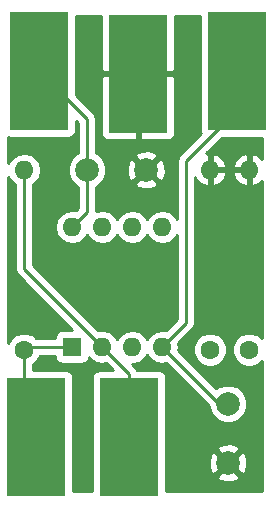
<source format=gtl>
G04 #@! TF.FileFunction,Copper,L1,Top,Signal*
%FSLAX46Y46*%
G04 Gerber Fmt 4.6, Leading zero omitted, Abs format (unit mm)*
G04 Created by KiCad (PCBNEW 4.0.7) date 06/03/18 15:05:31*
%MOMM*%
%LPD*%
G01*
G04 APERTURE LIST*
%ADD10C,0.100000*%
%ADD11R,1.600000X1.600000*%
%ADD12O,1.600000X1.600000*%
%ADD13C,2.000000*%
%ADD14R,5.000000X10.000000*%
%ADD15C,1.600000*%
%ADD16C,0.600000*%
%ADD17C,0.250000*%
%ADD18C,0.254000*%
G04 APERTURE END LIST*
D10*
D11*
X149860000Y-115570000D03*
D12*
X157480000Y-105410000D03*
X152400000Y-115570000D03*
X154940000Y-105410000D03*
X154940000Y-115570000D03*
X152400000Y-105410000D03*
X157480000Y-115570000D03*
X149860000Y-105410000D03*
D13*
X151130000Y-100584000D03*
X156130000Y-100584000D03*
X163068000Y-120396000D03*
X163068000Y-125396000D03*
D14*
X154686000Y-123190000D03*
X146812000Y-123190000D03*
X147066000Y-92202000D03*
X163830000Y-92202000D03*
X155448000Y-92456000D03*
D15*
X161544000Y-115824000D03*
D12*
X161544000Y-100584000D03*
D15*
X164846000Y-115824000D03*
D12*
X164846000Y-100584000D03*
D15*
X145796000Y-115824000D03*
D12*
X145796000Y-100584000D03*
D16*
X159004000Y-122428000D03*
X159512000Y-115316000D03*
X146304000Y-113030000D03*
X150876000Y-120650000D03*
X155448000Y-109728000D03*
D17*
X151130000Y-100584000D02*
X151130000Y-96266000D01*
X151130000Y-96266000D02*
X147066000Y-92202000D01*
X151130000Y-100584000D02*
X151130000Y-104140000D01*
X151130000Y-104140000D02*
X149860000Y-105410000D01*
X163830000Y-92202000D02*
X163830000Y-95504000D01*
X163830000Y-95504000D02*
X159512000Y-99822000D01*
X159512000Y-99822000D02*
X159512000Y-113538000D01*
X159512000Y-113538000D02*
X157480000Y-115570000D01*
X163068000Y-120396000D02*
X162306000Y-120396000D01*
X162306000Y-120396000D02*
X157480000Y-115570000D01*
X145796000Y-100584000D02*
X145796000Y-108966000D01*
X145796000Y-108966000D02*
X152400000Y-115570000D01*
X154686000Y-123190000D02*
X154686000Y-117856000D01*
X154686000Y-117856000D02*
X152400000Y-115570000D01*
X149860000Y-115570000D02*
X146050000Y-115570000D01*
X146050000Y-115570000D02*
X145796000Y-115824000D01*
X145796000Y-115824000D02*
X145796000Y-122174000D01*
X145796000Y-122174000D02*
X146812000Y-123190000D01*
D18*
G36*
X148412560Y-116370000D02*
X148456838Y-116605317D01*
X148595910Y-116821441D01*
X148808110Y-116966431D01*
X149060000Y-117017440D01*
X150660000Y-117017440D01*
X150895317Y-116973162D01*
X151111441Y-116834090D01*
X151256431Y-116621890D01*
X151287815Y-116466911D01*
X151385302Y-116612811D01*
X151850849Y-116923880D01*
X152400000Y-117033113D01*
X152723886Y-116968688D01*
X153297758Y-117542560D01*
X152186000Y-117542560D01*
X151950683Y-117586838D01*
X151734559Y-117725910D01*
X151589569Y-117938110D01*
X151538560Y-118190000D01*
X151538560Y-127814000D01*
X149959440Y-127814000D01*
X149959440Y-118190000D01*
X149915162Y-117954683D01*
X149776090Y-117738559D01*
X149563890Y-117593569D01*
X149312000Y-117542560D01*
X146556000Y-117542560D01*
X146556000Y-117062646D01*
X146607800Y-117041243D01*
X147011824Y-116637923D01*
X147139685Y-116330000D01*
X148412560Y-116330000D01*
X148412560Y-116370000D01*
X148412560Y-116370000D01*
G37*
X148412560Y-116370000D02*
X148456838Y-116605317D01*
X148595910Y-116821441D01*
X148808110Y-116966431D01*
X149060000Y-117017440D01*
X150660000Y-117017440D01*
X150895317Y-116973162D01*
X151111441Y-116834090D01*
X151256431Y-116621890D01*
X151287815Y-116466911D01*
X151385302Y-116612811D01*
X151850849Y-116923880D01*
X152400000Y-117033113D01*
X152723886Y-116968688D01*
X153297758Y-117542560D01*
X152186000Y-117542560D01*
X151950683Y-117586838D01*
X151734559Y-117725910D01*
X151589569Y-117938110D01*
X151538560Y-118190000D01*
X151538560Y-127814000D01*
X149959440Y-127814000D01*
X149959440Y-118190000D01*
X149915162Y-117954683D01*
X149776090Y-117738559D01*
X149563890Y-117593569D01*
X149312000Y-117542560D01*
X146556000Y-117542560D01*
X146556000Y-117062646D01*
X146607800Y-117041243D01*
X147011824Y-116637923D01*
X147139685Y-116330000D01*
X148412560Y-116330000D01*
X148412560Y-116370000D01*
G36*
X165914000Y-99652420D02*
X165583423Y-99352959D01*
X165195039Y-99192096D01*
X164973000Y-99314085D01*
X164973000Y-100457000D01*
X164993000Y-100457000D01*
X164993000Y-100711000D01*
X164973000Y-100711000D01*
X164973000Y-101853915D01*
X165195039Y-101975904D01*
X165583423Y-101815041D01*
X165914000Y-101515580D01*
X165914000Y-114862696D01*
X165659923Y-114608176D01*
X165132691Y-114389250D01*
X164561813Y-114388752D01*
X164034200Y-114606757D01*
X163630176Y-115010077D01*
X163411250Y-115537309D01*
X163410752Y-116108187D01*
X163628757Y-116635800D01*
X164032077Y-117039824D01*
X164559309Y-117258750D01*
X165130187Y-117259248D01*
X165657800Y-117041243D01*
X165914000Y-116785489D01*
X165914000Y-127814000D01*
X157833440Y-127814000D01*
X157833440Y-126548532D01*
X162095073Y-126548532D01*
X162193736Y-126815387D01*
X162803461Y-127041908D01*
X163453460Y-127017856D01*
X163942264Y-126815387D01*
X164040927Y-126548532D01*
X163068000Y-125575605D01*
X162095073Y-126548532D01*
X157833440Y-126548532D01*
X157833440Y-125131461D01*
X161422092Y-125131461D01*
X161446144Y-125781460D01*
X161648613Y-126270264D01*
X161915468Y-126368927D01*
X162888395Y-125396000D01*
X163247605Y-125396000D01*
X164220532Y-126368927D01*
X164487387Y-126270264D01*
X164713908Y-125660539D01*
X164689856Y-125010540D01*
X164487387Y-124521736D01*
X164220532Y-124423073D01*
X163247605Y-125396000D01*
X162888395Y-125396000D01*
X161915468Y-124423073D01*
X161648613Y-124521736D01*
X161422092Y-125131461D01*
X157833440Y-125131461D01*
X157833440Y-124243468D01*
X162095073Y-124243468D01*
X163068000Y-125216395D01*
X164040927Y-124243468D01*
X163942264Y-123976613D01*
X163332539Y-123750092D01*
X162682540Y-123774144D01*
X162193736Y-123976613D01*
X162095073Y-124243468D01*
X157833440Y-124243468D01*
X157833440Y-118190000D01*
X157789162Y-117954683D01*
X157650090Y-117738559D01*
X157437890Y-117593569D01*
X157186000Y-117542560D01*
X155373047Y-117542560D01*
X155223401Y-117318599D01*
X154937397Y-117032595D01*
X154940000Y-117033113D01*
X155489151Y-116923880D01*
X155954698Y-116612811D01*
X156210000Y-116230725D01*
X156465302Y-116612811D01*
X156930849Y-116923880D01*
X157480000Y-117033113D01*
X157803886Y-116968688D01*
X161432823Y-120597625D01*
X161432716Y-120719795D01*
X161681106Y-121320943D01*
X162140637Y-121781278D01*
X162741352Y-122030716D01*
X163391795Y-122031284D01*
X163992943Y-121782894D01*
X164453278Y-121323363D01*
X164702716Y-120722648D01*
X164703284Y-120072205D01*
X164454894Y-119471057D01*
X163995363Y-119010722D01*
X163394648Y-118761284D01*
X162744205Y-118760716D01*
X162143057Y-119009106D01*
X162068417Y-119083615D01*
X159092989Y-116108187D01*
X160108752Y-116108187D01*
X160326757Y-116635800D01*
X160730077Y-117039824D01*
X161257309Y-117258750D01*
X161828187Y-117259248D01*
X162355800Y-117041243D01*
X162759824Y-116637923D01*
X162978750Y-116110691D01*
X162979248Y-115539813D01*
X162761243Y-115012200D01*
X162357923Y-114608176D01*
X161830691Y-114389250D01*
X161259813Y-114388752D01*
X160732200Y-114606757D01*
X160328176Y-115010077D01*
X160109250Y-115537309D01*
X160108752Y-116108187D01*
X159092989Y-116108187D01*
X158859904Y-115875102D01*
X158915000Y-115598113D01*
X158915000Y-115541887D01*
X158859904Y-115264898D01*
X160049401Y-114075401D01*
X160214148Y-113828839D01*
X160272000Y-113538000D01*
X160272000Y-101186408D01*
X160391611Y-101439134D01*
X160806577Y-101815041D01*
X161194961Y-101975904D01*
X161417000Y-101853915D01*
X161417000Y-100711000D01*
X161671000Y-100711000D01*
X161671000Y-101853915D01*
X161893039Y-101975904D01*
X162281423Y-101815041D01*
X162696389Y-101439134D01*
X162935914Y-100933041D01*
X163454086Y-100933041D01*
X163693611Y-101439134D01*
X164108577Y-101815041D01*
X164496961Y-101975904D01*
X164719000Y-101853915D01*
X164719000Y-100711000D01*
X163575371Y-100711000D01*
X163454086Y-100933041D01*
X162935914Y-100933041D01*
X162814629Y-100711000D01*
X161671000Y-100711000D01*
X161417000Y-100711000D01*
X161397000Y-100711000D01*
X161397000Y-100457000D01*
X161417000Y-100457000D01*
X161417000Y-99314085D01*
X161671000Y-99314085D01*
X161671000Y-100457000D01*
X162814629Y-100457000D01*
X162935914Y-100234959D01*
X163454086Y-100234959D01*
X163575371Y-100457000D01*
X164719000Y-100457000D01*
X164719000Y-99314085D01*
X164496961Y-99192096D01*
X164108577Y-99352959D01*
X163693611Y-99728866D01*
X163454086Y-100234959D01*
X162935914Y-100234959D01*
X162696389Y-99728866D01*
X162281423Y-99352959D01*
X161893039Y-99192096D01*
X161671000Y-99314085D01*
X161417000Y-99314085D01*
X161208995Y-99199807D01*
X162559362Y-97849440D01*
X165914000Y-97849440D01*
X165914000Y-99652420D01*
X165914000Y-99652420D01*
G37*
X165914000Y-99652420D02*
X165583423Y-99352959D01*
X165195039Y-99192096D01*
X164973000Y-99314085D01*
X164973000Y-100457000D01*
X164993000Y-100457000D01*
X164993000Y-100711000D01*
X164973000Y-100711000D01*
X164973000Y-101853915D01*
X165195039Y-101975904D01*
X165583423Y-101815041D01*
X165914000Y-101515580D01*
X165914000Y-114862696D01*
X165659923Y-114608176D01*
X165132691Y-114389250D01*
X164561813Y-114388752D01*
X164034200Y-114606757D01*
X163630176Y-115010077D01*
X163411250Y-115537309D01*
X163410752Y-116108187D01*
X163628757Y-116635800D01*
X164032077Y-117039824D01*
X164559309Y-117258750D01*
X165130187Y-117259248D01*
X165657800Y-117041243D01*
X165914000Y-116785489D01*
X165914000Y-127814000D01*
X157833440Y-127814000D01*
X157833440Y-126548532D01*
X162095073Y-126548532D01*
X162193736Y-126815387D01*
X162803461Y-127041908D01*
X163453460Y-127017856D01*
X163942264Y-126815387D01*
X164040927Y-126548532D01*
X163068000Y-125575605D01*
X162095073Y-126548532D01*
X157833440Y-126548532D01*
X157833440Y-125131461D01*
X161422092Y-125131461D01*
X161446144Y-125781460D01*
X161648613Y-126270264D01*
X161915468Y-126368927D01*
X162888395Y-125396000D01*
X163247605Y-125396000D01*
X164220532Y-126368927D01*
X164487387Y-126270264D01*
X164713908Y-125660539D01*
X164689856Y-125010540D01*
X164487387Y-124521736D01*
X164220532Y-124423073D01*
X163247605Y-125396000D01*
X162888395Y-125396000D01*
X161915468Y-124423073D01*
X161648613Y-124521736D01*
X161422092Y-125131461D01*
X157833440Y-125131461D01*
X157833440Y-124243468D01*
X162095073Y-124243468D01*
X163068000Y-125216395D01*
X164040927Y-124243468D01*
X163942264Y-123976613D01*
X163332539Y-123750092D01*
X162682540Y-123774144D01*
X162193736Y-123976613D01*
X162095073Y-124243468D01*
X157833440Y-124243468D01*
X157833440Y-118190000D01*
X157789162Y-117954683D01*
X157650090Y-117738559D01*
X157437890Y-117593569D01*
X157186000Y-117542560D01*
X155373047Y-117542560D01*
X155223401Y-117318599D01*
X154937397Y-117032595D01*
X154940000Y-117033113D01*
X155489151Y-116923880D01*
X155954698Y-116612811D01*
X156210000Y-116230725D01*
X156465302Y-116612811D01*
X156930849Y-116923880D01*
X157480000Y-117033113D01*
X157803886Y-116968688D01*
X161432823Y-120597625D01*
X161432716Y-120719795D01*
X161681106Y-121320943D01*
X162140637Y-121781278D01*
X162741352Y-122030716D01*
X163391795Y-122031284D01*
X163992943Y-121782894D01*
X164453278Y-121323363D01*
X164702716Y-120722648D01*
X164703284Y-120072205D01*
X164454894Y-119471057D01*
X163995363Y-119010722D01*
X163394648Y-118761284D01*
X162744205Y-118760716D01*
X162143057Y-119009106D01*
X162068417Y-119083615D01*
X159092989Y-116108187D01*
X160108752Y-116108187D01*
X160326757Y-116635800D01*
X160730077Y-117039824D01*
X161257309Y-117258750D01*
X161828187Y-117259248D01*
X162355800Y-117041243D01*
X162759824Y-116637923D01*
X162978750Y-116110691D01*
X162979248Y-115539813D01*
X162761243Y-115012200D01*
X162357923Y-114608176D01*
X161830691Y-114389250D01*
X161259813Y-114388752D01*
X160732200Y-114606757D01*
X160328176Y-115010077D01*
X160109250Y-115537309D01*
X160108752Y-116108187D01*
X159092989Y-116108187D01*
X158859904Y-115875102D01*
X158915000Y-115598113D01*
X158915000Y-115541887D01*
X158859904Y-115264898D01*
X160049401Y-114075401D01*
X160214148Y-113828839D01*
X160272000Y-113538000D01*
X160272000Y-101186408D01*
X160391611Y-101439134D01*
X160806577Y-101815041D01*
X161194961Y-101975904D01*
X161417000Y-101853915D01*
X161417000Y-100711000D01*
X161671000Y-100711000D01*
X161671000Y-101853915D01*
X161893039Y-101975904D01*
X162281423Y-101815041D01*
X162696389Y-101439134D01*
X162935914Y-100933041D01*
X163454086Y-100933041D01*
X163693611Y-101439134D01*
X164108577Y-101815041D01*
X164496961Y-101975904D01*
X164719000Y-101853915D01*
X164719000Y-100711000D01*
X163575371Y-100711000D01*
X163454086Y-100933041D01*
X162935914Y-100933041D01*
X162814629Y-100711000D01*
X161671000Y-100711000D01*
X161417000Y-100711000D01*
X161397000Y-100711000D01*
X161397000Y-100457000D01*
X161417000Y-100457000D01*
X161417000Y-99314085D01*
X161671000Y-99314085D01*
X161671000Y-100457000D01*
X162814629Y-100457000D01*
X162935914Y-100234959D01*
X163454086Y-100234959D01*
X163575371Y-100457000D01*
X164719000Y-100457000D01*
X164719000Y-99314085D01*
X164496961Y-99192096D01*
X164108577Y-99352959D01*
X163693611Y-99728866D01*
X163454086Y-100234959D01*
X162935914Y-100234959D01*
X162696389Y-99728866D01*
X162281423Y-99352959D01*
X161893039Y-99192096D01*
X161671000Y-99314085D01*
X161417000Y-99314085D01*
X161208995Y-99199807D01*
X162559362Y-97849440D01*
X165914000Y-97849440D01*
X165914000Y-99652420D01*
G36*
X144781302Y-101626811D02*
X145036000Y-101796995D01*
X145036000Y-108966000D01*
X145093852Y-109256839D01*
X145258599Y-109503401D01*
X149877758Y-114122560D01*
X149060000Y-114122560D01*
X148824683Y-114166838D01*
X148608559Y-114305910D01*
X148463569Y-114518110D01*
X148412560Y-114770000D01*
X148412560Y-114810000D01*
X146811395Y-114810000D01*
X146609923Y-114608176D01*
X146082691Y-114389250D01*
X145511813Y-114388752D01*
X144984200Y-114606757D01*
X144580176Y-115010077D01*
X144474000Y-115265777D01*
X144474000Y-101166902D01*
X144781302Y-101626811D01*
X144781302Y-101626811D01*
G37*
X144781302Y-101626811D02*
X145036000Y-101796995D01*
X145036000Y-108966000D01*
X145093852Y-109256839D01*
X145258599Y-109503401D01*
X149877758Y-114122560D01*
X149060000Y-114122560D01*
X148824683Y-114166838D01*
X148608559Y-114305910D01*
X148463569Y-114518110D01*
X148412560Y-114770000D01*
X148412560Y-114810000D01*
X146811395Y-114810000D01*
X146609923Y-114608176D01*
X146082691Y-114389250D01*
X145511813Y-114388752D01*
X144984200Y-114606757D01*
X144580176Y-115010077D01*
X144474000Y-115265777D01*
X144474000Y-101166902D01*
X144781302Y-101626811D01*
G36*
X150370000Y-96580802D02*
X150370000Y-99128953D01*
X150205057Y-99197106D01*
X149744722Y-99656637D01*
X149495284Y-100257352D01*
X149494716Y-100907795D01*
X149743106Y-101508943D01*
X150202637Y-101969278D01*
X150370000Y-102038773D01*
X150370000Y-103825198D01*
X150183886Y-104011312D01*
X149860000Y-103946887D01*
X149310849Y-104056120D01*
X148845302Y-104367189D01*
X148534233Y-104832736D01*
X148425000Y-105381887D01*
X148425000Y-105438113D01*
X148534233Y-105987264D01*
X148845302Y-106452811D01*
X149310849Y-106763880D01*
X149860000Y-106873113D01*
X150409151Y-106763880D01*
X150874698Y-106452811D01*
X151130000Y-106070725D01*
X151385302Y-106452811D01*
X151850849Y-106763880D01*
X152400000Y-106873113D01*
X152949151Y-106763880D01*
X153414698Y-106452811D01*
X153670000Y-106070725D01*
X153925302Y-106452811D01*
X154390849Y-106763880D01*
X154940000Y-106873113D01*
X155489151Y-106763880D01*
X155954698Y-106452811D01*
X156210000Y-106070725D01*
X156465302Y-106452811D01*
X156930849Y-106763880D01*
X157480000Y-106873113D01*
X158029151Y-106763880D01*
X158494698Y-106452811D01*
X158752000Y-106067732D01*
X158752000Y-113223198D01*
X157803886Y-114171312D01*
X157480000Y-114106887D01*
X156930849Y-114216120D01*
X156465302Y-114527189D01*
X156210000Y-114909275D01*
X155954698Y-114527189D01*
X155489151Y-114216120D01*
X154940000Y-114106887D01*
X154390849Y-114216120D01*
X153925302Y-114527189D01*
X153670000Y-114909275D01*
X153414698Y-114527189D01*
X152949151Y-114216120D01*
X152400000Y-114106887D01*
X152076114Y-114171312D01*
X146556000Y-108651198D01*
X146556000Y-101796995D01*
X146810698Y-101626811D01*
X147121767Y-101161264D01*
X147231000Y-100612113D01*
X147231000Y-100555887D01*
X147121767Y-100006736D01*
X146810698Y-99541189D01*
X146345151Y-99230120D01*
X145796000Y-99120887D01*
X145246849Y-99230120D01*
X144781302Y-99541189D01*
X144474000Y-100001098D01*
X144474000Y-97830810D01*
X144566000Y-97849440D01*
X149566000Y-97849440D01*
X149801317Y-97805162D01*
X150017441Y-97666090D01*
X150162431Y-97453890D01*
X150213440Y-97202000D01*
X150213440Y-96424242D01*
X150370000Y-96580802D01*
X150370000Y-96580802D01*
G37*
X150370000Y-96580802D02*
X150370000Y-99128953D01*
X150205057Y-99197106D01*
X149744722Y-99656637D01*
X149495284Y-100257352D01*
X149494716Y-100907795D01*
X149743106Y-101508943D01*
X150202637Y-101969278D01*
X150370000Y-102038773D01*
X150370000Y-103825198D01*
X150183886Y-104011312D01*
X149860000Y-103946887D01*
X149310849Y-104056120D01*
X148845302Y-104367189D01*
X148534233Y-104832736D01*
X148425000Y-105381887D01*
X148425000Y-105438113D01*
X148534233Y-105987264D01*
X148845302Y-106452811D01*
X149310849Y-106763880D01*
X149860000Y-106873113D01*
X150409151Y-106763880D01*
X150874698Y-106452811D01*
X151130000Y-106070725D01*
X151385302Y-106452811D01*
X151850849Y-106763880D01*
X152400000Y-106873113D01*
X152949151Y-106763880D01*
X153414698Y-106452811D01*
X153670000Y-106070725D01*
X153925302Y-106452811D01*
X154390849Y-106763880D01*
X154940000Y-106873113D01*
X155489151Y-106763880D01*
X155954698Y-106452811D01*
X156210000Y-106070725D01*
X156465302Y-106452811D01*
X156930849Y-106763880D01*
X157480000Y-106873113D01*
X158029151Y-106763880D01*
X158494698Y-106452811D01*
X158752000Y-106067732D01*
X158752000Y-113223198D01*
X157803886Y-114171312D01*
X157480000Y-114106887D01*
X156930849Y-114216120D01*
X156465302Y-114527189D01*
X156210000Y-114909275D01*
X155954698Y-114527189D01*
X155489151Y-114216120D01*
X154940000Y-114106887D01*
X154390849Y-114216120D01*
X153925302Y-114527189D01*
X153670000Y-114909275D01*
X153414698Y-114527189D01*
X152949151Y-114216120D01*
X152400000Y-114106887D01*
X152076114Y-114171312D01*
X146556000Y-108651198D01*
X146556000Y-101796995D01*
X146810698Y-101626811D01*
X147121767Y-101161264D01*
X147231000Y-100612113D01*
X147231000Y-100555887D01*
X147121767Y-100006736D01*
X146810698Y-99541189D01*
X146345151Y-99230120D01*
X145796000Y-99120887D01*
X145246849Y-99230120D01*
X144781302Y-99541189D01*
X144474000Y-100001098D01*
X144474000Y-97830810D01*
X144566000Y-97849440D01*
X149566000Y-97849440D01*
X149801317Y-97805162D01*
X150017441Y-97666090D01*
X150162431Y-97453890D01*
X150213440Y-97202000D01*
X150213440Y-96424242D01*
X150370000Y-96580802D01*
G36*
X152313000Y-92170250D02*
X152471750Y-92329000D01*
X155321000Y-92329000D01*
X155321000Y-92309000D01*
X155575000Y-92309000D01*
X155575000Y-92329000D01*
X158424250Y-92329000D01*
X158583000Y-92170250D01*
X158583000Y-87578000D01*
X160682560Y-87578000D01*
X160682560Y-97202000D01*
X160726838Y-97437317D01*
X160764051Y-97495147D01*
X158974599Y-99284599D01*
X158809852Y-99531161D01*
X158752000Y-99822000D01*
X158752000Y-104752268D01*
X158494698Y-104367189D01*
X158029151Y-104056120D01*
X157480000Y-103946887D01*
X156930849Y-104056120D01*
X156465302Y-104367189D01*
X156210000Y-104749275D01*
X155954698Y-104367189D01*
X155489151Y-104056120D01*
X154940000Y-103946887D01*
X154390849Y-104056120D01*
X153925302Y-104367189D01*
X153670000Y-104749275D01*
X153414698Y-104367189D01*
X152949151Y-104056120D01*
X152400000Y-103946887D01*
X151890000Y-104048332D01*
X151890000Y-102039047D01*
X152054943Y-101970894D01*
X152289715Y-101736532D01*
X155157073Y-101736532D01*
X155255736Y-102003387D01*
X155865461Y-102229908D01*
X156515460Y-102205856D01*
X157004264Y-102003387D01*
X157102927Y-101736532D01*
X156130000Y-100763605D01*
X155157073Y-101736532D01*
X152289715Y-101736532D01*
X152515278Y-101511363D01*
X152764716Y-100910648D01*
X152765232Y-100319461D01*
X154484092Y-100319461D01*
X154508144Y-100969460D01*
X154710613Y-101458264D01*
X154977468Y-101556927D01*
X155950395Y-100584000D01*
X156309605Y-100584000D01*
X157282532Y-101556927D01*
X157549387Y-101458264D01*
X157775908Y-100848539D01*
X157751856Y-100198540D01*
X157549387Y-99709736D01*
X157282532Y-99611073D01*
X156309605Y-100584000D01*
X155950395Y-100584000D01*
X154977468Y-99611073D01*
X154710613Y-99709736D01*
X154484092Y-100319461D01*
X152765232Y-100319461D01*
X152765284Y-100260205D01*
X152516894Y-99659057D01*
X152289703Y-99431468D01*
X155157073Y-99431468D01*
X156130000Y-100404395D01*
X157102927Y-99431468D01*
X157004264Y-99164613D01*
X156394539Y-98938092D01*
X155744540Y-98962144D01*
X155255736Y-99164613D01*
X155157073Y-99431468D01*
X152289703Y-99431468D01*
X152057363Y-99198722D01*
X151890000Y-99129227D01*
X151890000Y-96266000D01*
X151832148Y-95975161D01*
X151667401Y-95728599D01*
X150213440Y-94274638D01*
X150213440Y-92741750D01*
X152313000Y-92741750D01*
X152313000Y-97582310D01*
X152409673Y-97815699D01*
X152588302Y-97994327D01*
X152821691Y-98091000D01*
X155162250Y-98091000D01*
X155321000Y-97932250D01*
X155321000Y-92583000D01*
X155575000Y-92583000D01*
X155575000Y-97932250D01*
X155733750Y-98091000D01*
X158074309Y-98091000D01*
X158307698Y-97994327D01*
X158486327Y-97815699D01*
X158583000Y-97582310D01*
X158583000Y-92741750D01*
X158424250Y-92583000D01*
X155575000Y-92583000D01*
X155321000Y-92583000D01*
X152471750Y-92583000D01*
X152313000Y-92741750D01*
X150213440Y-92741750D01*
X150213440Y-87578000D01*
X152313000Y-87578000D01*
X152313000Y-92170250D01*
X152313000Y-92170250D01*
G37*
X152313000Y-92170250D02*
X152471750Y-92329000D01*
X155321000Y-92329000D01*
X155321000Y-92309000D01*
X155575000Y-92309000D01*
X155575000Y-92329000D01*
X158424250Y-92329000D01*
X158583000Y-92170250D01*
X158583000Y-87578000D01*
X160682560Y-87578000D01*
X160682560Y-97202000D01*
X160726838Y-97437317D01*
X160764051Y-97495147D01*
X158974599Y-99284599D01*
X158809852Y-99531161D01*
X158752000Y-99822000D01*
X158752000Y-104752268D01*
X158494698Y-104367189D01*
X158029151Y-104056120D01*
X157480000Y-103946887D01*
X156930849Y-104056120D01*
X156465302Y-104367189D01*
X156210000Y-104749275D01*
X155954698Y-104367189D01*
X155489151Y-104056120D01*
X154940000Y-103946887D01*
X154390849Y-104056120D01*
X153925302Y-104367189D01*
X153670000Y-104749275D01*
X153414698Y-104367189D01*
X152949151Y-104056120D01*
X152400000Y-103946887D01*
X151890000Y-104048332D01*
X151890000Y-102039047D01*
X152054943Y-101970894D01*
X152289715Y-101736532D01*
X155157073Y-101736532D01*
X155255736Y-102003387D01*
X155865461Y-102229908D01*
X156515460Y-102205856D01*
X157004264Y-102003387D01*
X157102927Y-101736532D01*
X156130000Y-100763605D01*
X155157073Y-101736532D01*
X152289715Y-101736532D01*
X152515278Y-101511363D01*
X152764716Y-100910648D01*
X152765232Y-100319461D01*
X154484092Y-100319461D01*
X154508144Y-100969460D01*
X154710613Y-101458264D01*
X154977468Y-101556927D01*
X155950395Y-100584000D01*
X156309605Y-100584000D01*
X157282532Y-101556927D01*
X157549387Y-101458264D01*
X157775908Y-100848539D01*
X157751856Y-100198540D01*
X157549387Y-99709736D01*
X157282532Y-99611073D01*
X156309605Y-100584000D01*
X155950395Y-100584000D01*
X154977468Y-99611073D01*
X154710613Y-99709736D01*
X154484092Y-100319461D01*
X152765232Y-100319461D01*
X152765284Y-100260205D01*
X152516894Y-99659057D01*
X152289703Y-99431468D01*
X155157073Y-99431468D01*
X156130000Y-100404395D01*
X157102927Y-99431468D01*
X157004264Y-99164613D01*
X156394539Y-98938092D01*
X155744540Y-98962144D01*
X155255736Y-99164613D01*
X155157073Y-99431468D01*
X152289703Y-99431468D01*
X152057363Y-99198722D01*
X151890000Y-99129227D01*
X151890000Y-96266000D01*
X151832148Y-95975161D01*
X151667401Y-95728599D01*
X150213440Y-94274638D01*
X150213440Y-92741750D01*
X152313000Y-92741750D01*
X152313000Y-97582310D01*
X152409673Y-97815699D01*
X152588302Y-97994327D01*
X152821691Y-98091000D01*
X155162250Y-98091000D01*
X155321000Y-97932250D01*
X155321000Y-92583000D01*
X155575000Y-92583000D01*
X155575000Y-97932250D01*
X155733750Y-98091000D01*
X158074309Y-98091000D01*
X158307698Y-97994327D01*
X158486327Y-97815699D01*
X158583000Y-97582310D01*
X158583000Y-92741750D01*
X158424250Y-92583000D01*
X155575000Y-92583000D01*
X155321000Y-92583000D01*
X152471750Y-92583000D01*
X152313000Y-92741750D01*
X150213440Y-92741750D01*
X150213440Y-87578000D01*
X152313000Y-87578000D01*
X152313000Y-92170250D01*
M02*

</source>
